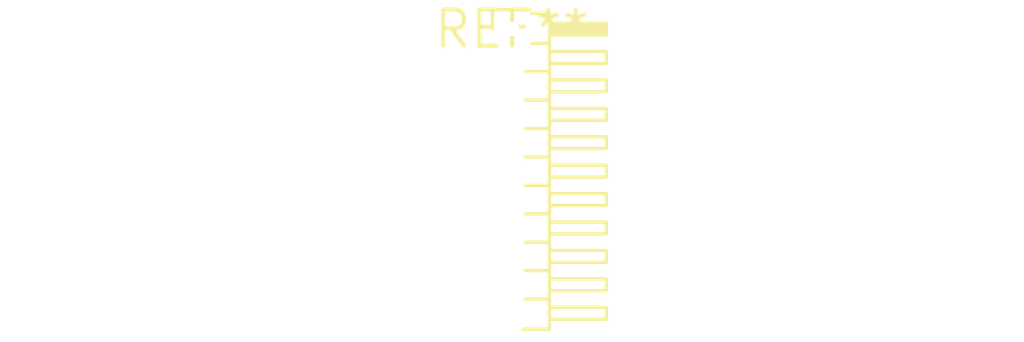
<source format=kicad_pcb>
(kicad_pcb (version 20240108) (generator pcbnew)
  (layers (0 "F.Cu" signal) (31 "B.Cu" signal) (34 "B.Paste" user) (35 "F.Paste" user) (36 "B.SilkS" user "B.Silkscreen") (37 "F.SilkS" user "F.Silkscreen") (38 "B.Mask" user) (39 "F.Mask" user) (44 "Edge.Cuts" user))
  (net 0 "")
  (footprint "PinHeader_1x11_P1.00mm_Horizontal" (layer "F.Cu") (at 0 0)
    (property "Reference" "REF**")
    (property "Value" "PinHeader_1x11_P1.00mm_Horizontal")
    (fp_line (start -0.685 -0.685) (end 0 -0.685) (layer "F.SilkS") (stroke (width 0.12)))
    (fp_line (start -0.685 0) (end -0.685 -0.685) (layer "F.SilkS") (stroke (width 0.12)))
    (fp_line (start 0.468215 1.5) (end 1.31 1.5) (layer "F.SilkS") (stroke (width 0.12)))
    (fp_line (start 0.468215 2.5) (end 1.31 2.5) (layer "F.SilkS") (stroke (width 0.12)))
    (fp_line (start 0.468215 3.5) (end 1.31 3.5) (layer "F.SilkS") (stroke (width 0.12)))
    (fp_line (start 0.468215 4.5) (end 1.31 4.5) (layer "F.SilkS") (stroke (width 0.12)))
    (fp_line (start 0.468215 5.5) (end 1.31 5.5) (layer "F.SilkS") (stroke (width 0.12)))
    (fp_line (start 0.468215 6.5) (end 1.31 6.5) (layer "F.SilkS") (stroke (width 0.12)))
    (fp_line (start 0.468215 7.5) (end 1.31 7.5) (layer "F.SilkS") (stroke (width 0.12)))
    (fp_line (start 0.468215 8.5) (end 1.31 8.5) (layer "F.SilkS") (stroke (width 0.12)))
    (fp_line (start 0.468215 9.5) (end 1.31 9.5) (layer "F.SilkS") (stroke (width 0.12)))
    (fp_line (start 0.685 -0.56) (end 1.31 -0.56) (layer "F.SilkS") (stroke (width 0.12)))
    (fp_line (start 0.685 0.5) (end 1.31 0.5) (layer "F.SilkS") (stroke (width 0.12)))
    (fp_line (start 1.31 -0.56) (end 1.31 10.56) (layer "F.SilkS") (stroke (width 0.12)))
    (fp_line (start 1.31 -0.21) (end 3.31 -0.21) (layer "F.SilkS") (stroke (width 0.12)))
    (fp_line (start 1.31 -0.15) (end 3.31 -0.15) (layer "F.SilkS") (stroke (width 0.12)))
    (fp_line (start 1.31 -0.03) (end 3.31 -0.03) (layer "F.SilkS") (stroke (width 0.12)))
    (fp_line (start 1.31 0.09) (end 3.31 0.09) (layer "F.SilkS") (stroke (width 0.12)))
    (fp_line (start 1.31 0.79) (end 3.31 0.79) (layer "F.SilkS") (stroke (width 0.12)))
    (fp_line (start 1.31 1.79) (end 3.31 1.79) (layer "F.SilkS") (stroke (width 0.12)))
    (fp_line (start 1.31 2.79) (end 3.31 2.79) (layer "F.SilkS") (stroke (width 0.12)))
    (fp_line (start 1.31 3.79) (end 3.31 3.79) (layer "F.SilkS") (stroke (width 0.12)))
    (fp_line (start 1.31 4.79) (end 3.31 4.79) (layer "F.SilkS") (stroke (width 0.12)))
    (fp_line (start 1.31 5.79) (end 3.31 5.79) (layer "F.SilkS") (stroke (width 0.12)))
    (fp_line (start 1.31 6.79) (end 3.31 6.79) (layer "F.SilkS") (stroke (width 0.12)))
    (fp_line (start 1.31 7.79) (end 3.31 7.79) (layer "F.SilkS") (stroke (width 0.12)))
    (fp_line (start 1.31 8.79) (end 3.31 8.79) (layer "F.SilkS") (stroke (width 0.12)))
    (fp_line (start 1.31 9.79) (end 3.31 9.79) (layer "F.SilkS") (stroke (width 0.12)))
    (fp_line (start 1.31 10.56) (end 0.394493 10.56) (layer "F.SilkS") (stroke (width 0.12)))
    (fp_line (start 3.31 -0.21) (end 3.31 0.21) (layer "F.SilkS") (stroke (width 0.12)))
    (fp_line (start 3.31 0.21) (end 1.31 0.21) (layer "F.SilkS") (stroke (width 0.12)))
    (fp_line (start 3.31 0.79) (end 3.31 1.21) (layer "F.SilkS") (stroke (width 0.12)))
    (fp_line (start 3.31 1.21) (end 1.31 1.21) (layer "F.SilkS") (stroke (width 0.12)))
    (fp_line (start 3.31 1.79) (end 3.31 2.21) (layer "F.SilkS") (stroke (width 0.12)))
    (fp_line (start 3.31 2.21) (end 1.31 2.21) (layer "F.SilkS") (stroke (width 0.12)))
    (fp_line (start 3.31 2.79) (end 3.31 3.21) (layer "F.SilkS") (stroke (width 0.12)))
    (fp_line (start 3.31 3.21) (end 1.31 3.21) (layer "F.SilkS") (stroke (width 0.12)))
    (fp_line (start 3.31 3.79) (end 3.31 4.21) (layer "F.SilkS") (stroke (width 0.12)))
    (fp_line (start 3.31 4.21) (end 1.31 4.21) (layer "F.SilkS") (stroke (width 0.12)))
    (fp_line (start 3.31 4.79) (end 3.31 5.21) (layer "F.SilkS") (stroke (width 0.12)))
    (fp_line (start 3.31 5.21) (end 1.31 5.21) (layer "F.SilkS") (stroke (width 0.12)))
    (fp_line (start 3.31 5.79) (end 3.31 6.21) (layer "F.SilkS") (stroke (width 0.12)))
    (fp_line (start 3.31 6.21) (end 1.31 6.21) (layer "F.SilkS") (stroke (width 0.12)))
    (fp_line (start 3.31 6.79) (end 3.31 7.21) (layer "F.SilkS") (stroke (width 0.12)))
    (fp_line (start 3.31 7.21) (end 1.31 7.21) (layer "F.SilkS") (stroke (width 0.12)))
    (fp_line (start 3.31 7.79) (end 3.31 8.21) (layer "F.SilkS") (stroke (width 0.12)))
    (fp_line (start 3.31 8.21) (end 1.31 8.21) (layer "F.SilkS") (stroke (width 0.12)))
    (fp_line (start 3.31 8.79) (end 3.31 9.21) (layer "F.SilkS") (stroke (width 0.12)))
    (fp_line (start 3.31 9.21) (end 1.31 9.21) (layer "F.SilkS") (stroke (width 0.12)))
    (fp_line (start 3.31 9.79) (end 3.31 10.21) (layer "F.SilkS") (stroke (width 0.12)))
    (fp_line (start 3.31 10.21) (end 1.31 10.21) (layer "F.SilkS") (stroke (width 0.12)))
    (pad "1" thru_hole rect (at 0 0) (size 0.85 0.85) (drill 0.5) (layers *.Cu *.Mask) (remove_unused_layers))
    (pad "2" thru_hole oval (at 0 1) (size 0.85 0.85) (drill 0.5) (layers *.Cu *.Mask) (remove_unused_layers))
    (pad "3" thru_hole oval (at 0 2) (size 0.85 0.85) (drill 0.5) (layers *.Cu *.Mask) (remove_unused_layers))
    (pad "4" thru_hole oval (at 0 3) (size 0.85 0.85) (drill 0.5) (layers *.Cu *.Mask) (remove_unused_layers))
    (pad "5" thru_hole oval (at 0 4) (size 0.85 0.85) (drill 0.5) (layers *.Cu *.Mask) (remove_unused_layers))
    (pad "6" thru_hole oval (at 0 5) (size 0.85 0.85) (drill 0.5) (layers *.Cu *.Mask) (remove_unused_layers))
    (pad "7" thru_hole oval (at 0 6) (size 0.85 0.85) (drill 0.5) (layers *.Cu *.Mask) (remove_unused_layers))
    (pad "8" thru_hole oval (at 0 7) (size 0.85 0.85) (drill 0.5) (layers *.Cu *.Mask) (remove_unused_layers))
    (pad "9" thru_hole oval (at 0 8) (size 0.85 0.85) (drill 0.5) (layers *.Cu *.Mask) (remove_unused_layers))
    (pad "10" thru_hole oval (at 0 9) (size 0.85 0.85) (drill 0.5) (layers *.Cu *.Mask) (remove_unused_layers))
    (pad "11" thru_hole oval (at 0 10) (size 0.85 0.85) (drill 0.5) (layers *.Cu *.Mask) (remove_unused_layers))
  )
)
</source>
